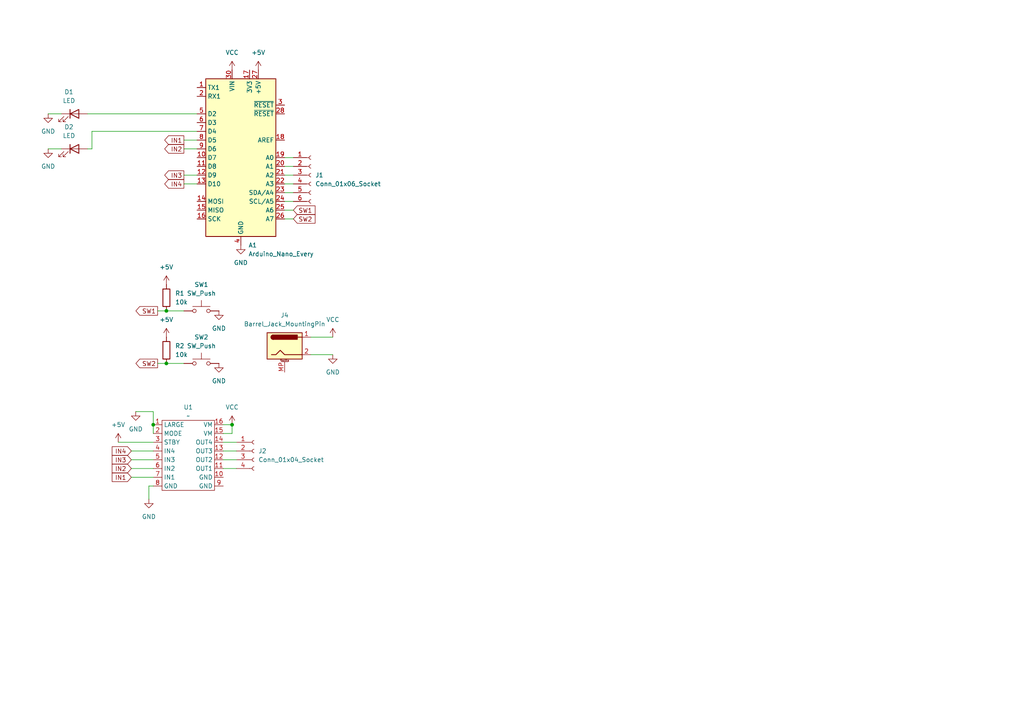
<source format=kicad_sch>
(kicad_sch (version 20231120) (generator "eeschema") (generator_version "8.0")
  (paper "A4")
  (lib_symbols
    (symbol "Connector:Barrel_Jack_MountingPin" (pin_names hide)
      (property "Reference" "J" (at 0 5.334 0))
      (property "Value" "Barrel_Jack_MountingPin" (at 1.27 -6.35 0))
      (symbol "Barrel_Jack_MountingPin_0_1"
        (rectangle (start -5.08 3.81) (end 5.08 -3.81) (stroke (width 0.254)) (fill (type background)))
        (arc (start -3.302 3.175) (mid -3.9343 2.54) (end -3.302 1.905) (stroke (width 0.254)))
        (arc (start -3.302 3.175) (mid -3.9343 2.54) (end -3.302 1.905) (stroke (width 0.254)) (fill (type outline)))
        (polyline (pts (xy 5.08 2.54) (xy 3.81 2.54)) (stroke (width 0.254)))
        (polyline (pts (xy -3.81 -2.54) (xy -2.54 -2.54) (xy -1.27 -1.27) (xy 0 -2.54) (xy 2.54 -2.54) (xy 5.08 -2.54)) (stroke (width 0.254)))
        (rectangle (start 3.683 3.175) (end -3.302 1.905) (stroke (width 0.254)) (fill (type outline)))
      )
      (symbol "Barrel_Jack_MountingPin_1_1"
        (polyline (pts (xy -1.016 -4.572) (xy 1.016 -4.572)) (stroke (width 0.1524)))
        (text "Mounting" (at 0 -4.191 0) (effects (font (size 0.381 0.381))))
        (pin passive line (at 7.62 2.54 180) (length 2.54) (name "~") (number "1"))
        (pin passive line (at 7.62 -2.54 180) (length 2.54) (name "~") (number "2"))
        (pin passive line (at 0 -7.62 90) (length 3.048) (name "MountPin") (number "MP"))
      )
    )
    (symbol "Connector:Conn_01x04_Socket" (pin_names (offset 1.016) hide)
      (property "Reference" "J" (at 0 5.08 0))
      (property "Value" "Conn_01x04_Socket" (at 0 -7.62 0))
      (symbol "Conn_01x04_Socket_1_1"
        (arc (start 0 -4.572) (mid -0.5058 -5.08) (end 0 -5.588) (stroke (width 0.1524)))
        (arc (start 0 -2.032) (mid -0.5058 -2.54) (end 0 -3.048) (stroke (width 0.1524)))
        (polyline (pts (xy -1.27 -5.08) (xy -0.508 -5.08)) (stroke (width 0.1524)))
        (polyline (pts (xy -1.27 -2.54) (xy -0.508 -2.54)) (stroke (width 0.1524)))
        (polyline (pts (xy -1.27 0) (xy -0.508 0)) (stroke (width 0.1524)))
        (polyline (pts (xy -1.27 2.54) (xy -0.508 2.54)) (stroke (width 0.1524)))
        (arc (start 0 0.508) (mid -0.5058 0) (end 0 -0.508) (stroke (width 0.1524)))
        (arc (start 0 3.048) (mid -0.5058 2.54) (end 0 2.032) (stroke (width 0.1524)))
        (pin passive line (at -5.08 2.54 0) (length 3.81) (name "Pin_1") (number "1"))
        (pin passive line (at -5.08 0 0) (length 3.81) (name "Pin_2") (number "2"))
        (pin passive line (at -5.08 -2.54 0) (length 3.81) (name "Pin_3") (number "3"))
        (pin passive line (at -5.08 -5.08 0) (length 3.81) (name "Pin_4") (number "4"))
      )
    )
    (symbol "Connector:Conn_01x06_Socket" (pin_names (offset 1.016) hide)
      (property "Reference" "J" (at 0 7.62 0))
      (property "Value" "Conn_01x06_Socket" (at 0 -10.16 0))
      (symbol "Conn_01x06_Socket_1_1"
        (arc (start 0 -7.112) (mid -0.5058 -7.62) (end 0 -8.128) (stroke (width 0.1524)))
        (arc (start 0 -4.572) (mid -0.5058 -5.08) (end 0 -5.588) (stroke (width 0.1524)))
        (arc (start 0 -2.032) (mid -0.5058 -2.54) (end 0 -3.048) (stroke (width 0.1524)))
        (polyline (pts (xy -1.27 -7.62) (xy -0.508 -7.62)) (stroke (width 0.1524)))
        (polyline (pts (xy -1.27 -5.08) (xy -0.508 -5.08)) (stroke (width 0.1524)))
        (polyline (pts (xy -1.27 -2.54) (xy -0.508 -2.54)) (stroke (width 0.1524)))
        (polyline (pts (xy -1.27 0) (xy -0.508 0)) (stroke (width 0.1524)))
        (polyline (pts (xy -1.27 2.54) (xy -0.508 2.54)) (stroke (width 0.1524)))
        (polyline (pts (xy -1.27 5.08) (xy -0.508 5.08)) (stroke (width 0.1524)))
        (arc (start 0 0.508) (mid -0.5058 0) (end 0 -0.508) (stroke (width 0.1524)))
        (arc (start 0 3.048) (mid -0.5058 2.54) (end 0 2.032) (stroke (width 0.1524)))
        (arc (start 0 5.588) (mid -0.5058 5.08) (end 0 4.572) (stroke (width 0.1524)))
        (pin passive line (at -5.08 5.08 0) (length 3.81) (name "Pin_1") (number "1"))
        (pin passive line (at -5.08 2.54 0) (length 3.81) (name "Pin_2") (number "2"))
        (pin passive line (at -5.08 0 0) (length 3.81) (name "Pin_3") (number "3"))
        (pin passive line (at -5.08 -2.54 0) (length 3.81) (name "Pin_4") (number "4"))
        (pin passive line (at -5.08 -5.08 0) (length 3.81) (name "Pin_5") (number "5"))
        (pin passive line (at -5.08 -7.62 0) (length 3.81) (name "Pin_6") (number "6"))
      )
    )
    (symbol "Device:LED" (pin_numbers hide) (pin_names (offset 1.016) hide)
      (property "Reference" "D" (at 0 2.54 0))
      (property "Value" "LED" (at 0 -2.54 0))
      (symbol "LED_0_1"
        (polyline (pts (xy -1.27 -1.27) (xy -1.27 1.27)) (stroke (width 0.254)))
        (polyline (pts (xy -1.27 0) (xy 1.27 0)))
        (polyline (pts (xy 1.27 -1.27) (xy 1.27 1.27) (xy -1.27 0) (xy 1.27 -1.27)) (stroke (width 0.254)))
        (polyline (pts (xy -3.048 -0.762) (xy -4.572 -2.286) (xy -3.81 -2.286) (xy -4.572 -2.286) (xy -4.572 -1.524)))
        (polyline (pts (xy -1.778 -0.762) (xy -3.302 -2.286) (xy -2.54 -2.286) (xy -3.302 -2.286) (xy -3.302 -1.524)))
      )
      (symbol "LED_1_1"
        (pin passive line (at -3.81 0 0) (length 2.54) (name "K") (number "1"))
        (pin passive line (at 3.81 0 180) (length 2.54) (name "A") (number "2"))
      )
    )
    (symbol "Device:R" (pin_numbers hide) (pin_names (offset 0))
      (property "Reference" "R" (at 2.032 0 90))
      (property "Value" "R" (at 0 0 90))
      (symbol "R_0_1"
        (rectangle (start -1.016 -2.54) (end 1.016 2.54) (stroke (width 0.254)))
      )
      (symbol "R_1_1"
        (pin passive line (at 0 3.81 270) (length 1.27) (name "~") (number "1"))
        (pin passive line (at 0 -3.81 90) (length 1.27) (name "~") (number "2"))
      )
    )
    (symbol "MCU_Module:Arduino_Nano_Every"
      (property "Reference" "A" (at -10.16 23.495 0))
      (property "Value" "Arduino_Nano_Every" (at 5.08 -24.13 0))
      (symbol "Arduino_Nano_Every_0_1"
        (rectangle (start -10.16 22.86) (end 10.16 -22.86) (stroke (width 0.254)) (fill (type background)))
      )
      (symbol "Arduino_Nano_Every_1_1"
        (pin bidirectional line (at -12.7 20.32 0) (length 2.54) (name "TX1") (number "1"))
        (pin bidirectional line (at -12.7 0 0) (length 2.54) (name "D7") (number "10"))
        (pin bidirectional line (at -12.7 -2.54 0) (length 2.54) (name "D8") (number "11"))
        (pin bidirectional line (at -12.7 -5.08 0) (length 2.54) (name "D9") (number "12"))
        (pin bidirectional line (at -12.7 -7.62 0) (length 2.54) (name "D10") (number "13"))
        (pin bidirectional line (at -12.7 -12.7 0) (length 2.54) (name "MOSI") (number "14"))
        (pin bidirectional line (at -12.7 -15.24 0) (length 2.54) (name "MISO") (number "15"))
        (pin bidirectional line (at -12.7 -17.78 0) (length 2.54) (name "SCK") (number "16"))
        (pin power_out line (at 2.54 25.4 270) (length 2.54) (name "3V3") (number "17"))
        (pin input line (at 12.7 5.08 180) (length 2.54) (name "AREF") (number "18"))
        (pin bidirectional line (at 12.7 0 180) (length 2.54) (name "A0") (number "19"))
        (pin bidirectional line (at -12.7 17.78 0) (length 2.54) (name "RX1") (number "2"))
        (pin bidirectional line (at 12.7 -2.54 180) (length 2.54) (name "A1") (number "20"))
        (pin bidirectional line (at 12.7 -5.08 180) (length 2.54) (name "A2") (number "21"))
        (pin bidirectional line (at 12.7 -7.62 180) (length 2.54) (name "A3") (number "22"))
        (pin bidirectional line (at 12.7 -10.16 180) (length 2.54) (name "SDA/A4") (number "23"))
        (pin bidirectional line (at 12.7 -12.7 180) (length 2.54) (name "SCL/A5") (number "24"))
        (pin bidirectional line (at 12.7 -15.24 180) (length 2.54) (name "A6") (number "25"))
        (pin bidirectional line (at 12.7 -17.78 180) (length 2.54) (name "A7") (number "26"))
        (pin power_out line (at 5.08 25.4 270) (length 2.54) (name "+5V") (number "27"))
        (pin input line (at 12.7 12.7 180) (length 2.54) (name "~{RESET}") (number "28"))
        (pin passive line (at 0 -25.4 90) (length 2.54) hide (name "GND") (number "29"))
        (pin input line (at 12.7 15.24 180) (length 2.54) (name "~{RESET}") (number "3"))
        (pin power_in line (at -2.54 25.4 270) (length 2.54) (name "VIN") (number "30"))
        (pin power_in line (at 0 -25.4 90) (length 2.54) (name "GND") (number "4"))
        (pin bidirectional line (at -12.7 12.7 0) (length 2.54) (name "D2") (number "5"))
        (pin bidirectional line (at -12.7 10.16 0) (length 2.54) (name "D3") (number "6"))
        (pin bidirectional line (at -12.7 7.62 0) (length 2.54) (name "D4") (number "7"))
        (pin bidirectional line (at -12.7 5.08 0) (length 2.54) (name "D5") (number "8"))
        (pin bidirectional line (at -12.7 2.54 0) (length 2.54) (name "D6") (number "9"))
      )
    )
    (symbol "Switch:SW_Push" (pin_numbers hide) (pin_names (offset 1.016) hide)
      (property "Reference" "SW" (at 1.27 2.54 0))
      (property "Value" "SW_Push" (at 0 -1.524 0))
      (symbol "SW_Push_0_1"
        (circle (center -2.032 0) (radius 0.508))
        (polyline (pts (xy 0 1.27) (xy 0 3.048)))
        (polyline (pts (xy 2.54 1.27) (xy -2.54 1.27)))
        (circle (center 2.032 0) (radius 0.508))
        (pin passive line (at -5.08 0 0) (length 2.54) (name "1") (number "1"))
        (pin passive line (at 5.08 0 180) (length 2.54) (name "2") (number "2"))
      )
    )
    (symbol "power:+5V" (power) (pin_numbers hide) (pin_names (offset 0) hide)
      (property "Value" "+5V" (at 0 3.556 0))
      (symbol "+5V_0_1"
        (polyline (pts (xy -0.762 1.27) (xy 0 2.54)))
        (polyline (pts (xy 0 0) (xy 0 2.54)))
        (polyline (pts (xy 0 2.54) (xy 0.762 1.27)))
      )
      (symbol "+5V_1_1"
        (pin power_in line (at 0 0 90) (length 0) (name "~") (number "1"))
      )
    )
    (symbol "power:GND" (power) (pin_numbers hide) (pin_names (offset 0) hide)
      (property "Value" "GND" (at 0 -3.81 0))
      (symbol "GND_0_1"
        (polyline (pts (xy 0 0) (xy 0 -1.27) (xy 1.27 -1.27) (xy 0 -2.54) (xy -1.27 -1.27) (xy 0 -1.27)))
      )
      (symbol "GND_1_1"
        (pin power_in line (at 0 0 270) (length 0) (name "~") (number "1"))
      )
    )
    (symbol "power:VCC" (power) (pin_numbers hide) (pin_names (offset 0) hide)
      (property "Value" "VCC" (at 0 3.556 0))
      (symbol "VCC_0_1"
        (polyline (pts (xy -0.762 1.27) (xy 0 2.54)))
        (polyline (pts (xy 0 0) (xy 0 2.54)))
        (polyline (pts (xy 0 2.54) (xy 0.762 1.27)))
      )
      (symbol "VCC_1_1"
        (pin power_in line (at 0 0 90) (length 0) (name "~") (number "1"))
      )
    )
    (symbol "自作:TC78H653FTG"
      (property "Reference" "U" (at 0 0 0))
      (symbol "TC78H653FTG_0_1"
        (rectangle (start -7.62 10.16) (end 7.62 -10.16))
      )
      (symbol "TC78H653FTG_1_1"
        (pin input line (at -10.16 8.89 0) (length 2.54) (name "LARGE") (number "1"))
        (pin input line (at 10.16 -6.35 180) (length 2.54) (name "GND") (number "10"))
        (pin input line (at 10.16 -3.81 180) (length 2.54) (name "OUT1") (number "11"))
        (pin input line (at 10.16 -1.27 180) (length 2.54) (name "OUT2") (number "12"))
        (pin input line (at 10.16 1.27 180) (length 2.54) (name "OUT3") (number "13"))
        (pin input line (at 10.16 3.81 180) (length 2.54) (name "OUT4") (number "14"))
        (pin input line (at 10.16 6.35 180) (length 2.54) (name "VM") (number "15"))
        (pin input line (at 10.16 8.89 180) (length 2.54) (name "VM") (number "16"))
        (pin input line (at -10.16 6.35 0) (length 2.54) (name "MODE") (number "2"))
        (pin input line (at -10.16 3.81 0) (length 2.54) (name "STBY") (number "3"))
        (pin input line (at -10.16 1.27 0) (length 2.54) (name "IN4") (number "4"))
        (pin input line (at -10.16 -1.27 0) (length 2.54) (name "IN3") (number "5"))
        (pin input line (at -10.16 -3.81 0) (length 2.54) (name "IN2") (number "6"))
        (pin input line (at -10.16 -6.35 0) (length 2.54) (name "IN1") (number "7"))
        (pin input line (at -10.16 -8.89 0) (length 2.54) (name "GND") (number "8"))
        (pin input line (at 10.16 -8.89 180) (length 2.54) (name "GND") (number "9"))
      )
    )
  )
  (junction (at 48.26 105.41))
  (junction (at 44.45 123.19))
  (junction (at 48.26 90.17))
  (junction (at 67.31 123.19))
  (wire (pts (xy 48.26 90.17) (xy 53.34 90.17)))
  (wire (pts (xy 82.55 48.26) (xy 85.09 48.26)))
  (wire (pts (xy 26.67 38.1) (xy 57.15 38.1)))
  (wire (pts (xy 34.29 128.27) (xy 44.45 128.27)))
  (wire (pts (xy 53.34 50.8) (xy 57.15 50.8)))
  (wire (pts (xy 38.1 135.89) (xy 44.45 135.89)))
  (wire (pts (xy 45.72 105.41) (xy 48.26 105.41)))
  (wire (pts (xy 53.34 53.34) (xy 57.15 53.34)))
  (wire (pts (xy 48.26 105.41) (xy 53.34 105.41)))
  (wire (pts (xy 82.55 45.72) (xy 85.09 45.72)))
  (wire (pts (xy 82.55 55.88) (xy 85.09 55.88)))
  (wire (pts (xy 82.55 63.5) (xy 85.09 63.5)))
  (wire (pts (xy 64.77 125.73) (xy 67.31 125.73)))
  (wire (pts (xy 44.45 119.38) (xy 44.45 123.19)))
  (wire (pts (xy 64.77 128.27) (xy 68.58 128.27)))
  (wire (pts (xy 53.34 43.18) (xy 57.15 43.18)))
  (wire (pts (xy 43.18 140.97) (xy 43.18 144.78)))
  (wire (pts (xy 64.77 130.81) (xy 68.58 130.81)))
  (wire (pts (xy 45.72 90.17) (xy 48.26 90.17)))
  (wire (pts (xy 90.17 102.87) (xy 96.52 102.87)))
  (wire (pts (xy 38.1 138.43) (xy 44.45 138.43)))
  (wire (pts (xy 39.37 119.38) (xy 44.45 119.38)))
  (wire (pts (xy 43.18 140.97) (xy 44.45 140.97)))
  (wire (pts (xy 25.4 43.18) (xy 26.67 43.18)))
  (wire (pts (xy 82.55 60.96) (xy 85.09 60.96)))
  (wire (pts (xy 82.55 53.34) (xy 85.09 53.34)))
  (wire (pts (xy 64.77 133.35) (xy 68.58 133.35)))
  (wire (pts (xy 64.77 123.19) (xy 67.31 123.19)))
  (wire (pts (xy 53.34 40.64) (xy 57.15 40.64)))
  (wire (pts (xy 82.55 50.8) (xy 85.09 50.8)))
  (wire (pts (xy 13.97 33.02) (xy 17.78 33.02)))
  (wire (pts (xy 25.4 33.02) (xy 57.15 33.02)))
  (wire (pts (xy 38.1 130.81) (xy 44.45 130.81)))
  (wire (pts (xy 82.55 58.42) (xy 85.09 58.42)))
  (wire (pts (xy 44.45 123.19) (xy 44.45 125.73)))
  (wire (pts (xy 64.77 135.89) (xy 68.58 135.89)))
  (wire (pts (xy 67.31 125.73) (xy 67.31 123.19)))
  (wire (pts (xy 90.17 97.79) (xy 96.52 97.79)))
  (wire (pts (xy 26.67 43.18) (xy 26.67 38.1)))
  (wire (pts (xy 38.1 133.35) (xy 44.45 133.35)))
  (wire (pts (xy 13.97 43.18) (xy 17.78 43.18)))
  (global_label "SW1" (shape input) (at 85.09 60.96 0) (property "Intersheetrefs" "${INTERSHEET_REFS}" (effects (hide yes))))
  (global_label "IN1" (shape input) (at 38.1 138.43 180) (property "Intersheetrefs" "${INTERSHEET_REFS}" (effects (hide yes))))
  (global_label "IN2" (shape output) (at 53.34 43.18 180) (property "Intersheetrefs" "${INTERSHEET_REFS}" (effects (hide yes))))
  (global_label "SW2" (shape output) (at 45.72 105.41 180) (property "Intersheetrefs" "${INTERSHEET_REFS}" (effects (hide yes))))
  (global_label "IN4" (shape output) (at 53.34 53.34 180) (property "Intersheetrefs" "${INTERSHEET_REFS}" (effects (hide yes))))
  (global_label "IN1" (shape output) (at 53.34 40.64 180) (property "Intersheetrefs" "${INTERSHEET_REFS}" (effects (hide yes))))
  (global_label "IN3" (shape output) (at 53.34 50.8 180) (property "Intersheetrefs" "${INTERSHEET_REFS}" (effects (hide yes))))
  (global_label "IN4" (shape input) (at 38.1 130.81 180) (property "Intersheetrefs" "${INTERSHEET_REFS}" (effects (hide yes))))
  (global_label "IN2" (shape input) (at 38.1 135.89 180) (property "Intersheetrefs" "${INTERSHEET_REFS}" (effects (hide yes))))
  (global_label "SW1" (shape output) (at 45.72 90.17 180) (property "Intersheetrefs" "${INTERSHEET_REFS}" (effects (hide yes))))
  (global_label "IN3" (shape input) (at 38.1 133.35 180) (property "Intersheetrefs" "${INTERSHEET_REFS}" (effects (hide yes))))
  (global_label "SW2" (shape input) (at 85.09 63.5 0) (property "Intersheetrefs" "${INTERSHEET_REFS}" (effects (hide yes))))
  (symbol (lib_id "power:GND") (at 39.37 119.38 0) (unit 1)
    (property "Reference" "#PWR010" (effects (hide yes)))
    (property "Value" "GND" (at 39.37 124.46 0))
    (property "Description" "Power symbol creates a global label with name \"GND\" , ground" (effects (hide yes)))
  )
  (symbol (lib_id "power:+5V") (at 48.26 97.79 0) (unit 1)
    (property "Reference" "#PWR06" (effects (hide yes)))
    (property "Value" "+5V" (at 48.26 92.71 0))
    (property "Description" "Power symbol creates a global label with name \"+5V\"" (effects (hide yes)))
  )
  (symbol (lib_id "Device:R") (at 48.26 101.6 0) (unit 1)
    (property "Reference" "R2" (at 50.8 100.3299 0) (effects (justify left)))
    (property "Value" "10k" (at 50.8 102.8699 0) (effects (justify left)))
    (property "Footprint" "Resistor_THT:R_Axial_DIN0204_L3.6mm_D1.6mm_P5.08mm_Horizontal" (effects (hide yes)))
    (property "Description" "Resistor" (effects (hide yes)))
  )
  (symbol (lib_id "power:VCC") (at 96.52 97.79 0) (unit 1)
    (property "Reference" "#PWR016" (effects (hide yes)))
    (property "Value" "VCC" (at 96.52 92.71 0))
    (property "Description" "Power symbol creates a global label with name \"VCC\"" (effects (hide yes)))
  )
  (symbol (lib_id "Connector:Conn_01x04_Socket") (at 73.66 130.81 0) (unit 1)
    (property "Reference" "J2" (at 74.93 130.8099 0) (effects (justify left)))
    (property "Value" "Conn_01x04_Socket" (at 74.93 133.3499 0) (effects (justify left)))
    (property "Footprint" "Connector_PinSocket_2.54mm:PinSocket_1x04_P2.54mm_Vertical" (effects (hide yes)))
    (property "Description" "Generic connector, single row, 01x04, script generated" (effects (hide yes)))
  )
  (symbol (lib_id "Device:LED") (at 21.59 43.18 0) (unit 1)
    (property "Reference" "D2" (at 20.0025 36.83 0))
    (property "Value" "LED" (at 20.0025 39.37 0))
    (property "Footprint" "LED_THT:LED_D3.0mm" (effects (hide yes)))
    (property "Description" "Light emitting diode" (effects (hide yes)))
  )
  (symbol (lib_id "power:+5V") (at 34.29 128.27 0) (unit 1)
    (property "Reference" "#PWR011" (effects (hide yes)))
    (property "Value" "+5V" (at 34.29 123.19 0))
    (property "Description" "Power symbol creates a global label with name \"+5V\"" (effects (hide yes)))
  )
  (symbol (lib_id "Connector:Barrel_Jack_MountingPin") (at 82.55 100.33 0) (unit 1)
    (property "Reference" "J4" (at 82.55 91.44 0))
    (property "Value" "Barrel_Jack_MountingPin" (at 82.55 93.98 0))
    (property "Footprint" "Connector_BarrelJack:BarrelJack_Horizontal" (effects (hide yes)))
    (property "Description" "DC Barrel Jack with a mounting pin" (effects (hide yes)))
  )
  (symbol (lib_id "power:+5V") (at 48.26 82.55 0) (unit 1)
    (property "Reference" "#PWR07" (effects (hide yes)))
    (property "Value" "+5V" (at 48.26 77.47 0))
    (property "Description" "Power symbol creates a global label with name \"+5V\"" (effects (hide yes)))
  )
  (symbol (lib_id "Connector:Conn_01x06_Socket") (at 90.17 50.8 0) (unit 1)
    (property "Reference" "J1" (at 91.44 50.7999 0) (effects (justify left)))
    (property "Value" "Conn_01x06_Socket" (at 91.44 53.3399 0) (effects (justify left)))
    (property "Footprint" "Connector_PinSocket_2.54mm:PinSocket_1x06_P2.54mm_Vertical" (effects (hide yes)))
    (property "Description" "Generic connector, single row, 01x06, script generated" (effects (hide yes)))
  )
  (symbol (lib_id "Switch:SW_Push") (at 58.42 90.17 0) (unit 1)
    (property "Reference" "SW1" (at 58.42 82.55 0))
    (property "Value" "SW_Push" (at 58.42 85.09 0))
    (property "Footprint" "自作:SW" (effects (hide yes)))
    (property "Description" "Push button switch, generic, two pins" (effects (hide yes)))
  )
  (symbol (lib_id "power:GND") (at 96.52 102.87 0) (unit 1)
    (property "Reference" "#PWR015" (effects (hide yes)))
    (property "Value" "GND" (at 96.52 107.95 0))
    (property "Description" "Power symbol creates a global label with name \"GND\" , ground" (effects (hide yes)))
  )
  (symbol (lib_id "power:VCC") (at 67.31 123.19 0) (unit 1)
    (property "Reference" "#PWR08" (effects (hide yes)))
    (property "Value" "VCC" (at 67.31 118.11 0))
    (property "Description" "Power symbol creates a global label with name \"VCC\"" (effects (hide yes)))
  )
  (symbol (lib_id "power:GND") (at 63.5 105.41 0) (unit 1)
    (property "Reference" "#PWR04" (effects (hide yes)))
    (property "Value" "GND" (at 63.5 110.49 0))
    (property "Description" "Power symbol creates a global label with name \"GND\" , ground" (effects (hide yes)))
  )
  (symbol (lib_id "power:GND") (at 69.85 71.12 0) (unit 1)
    (property "Reference" "#PWR03" (effects (hide yes)))
    (property "Value" "GND" (at 69.85 76.2 0))
    (property "Description" "Power symbol creates a global label with name \"GND\" , ground" (effects (hide yes)))
  )
  (symbol (lib_id "Device:R") (at 48.26 86.36 0) (unit 1)
    (property "Reference" "R1" (at 50.8 85.0899 0) (effects (justify left)))
    (property "Value" "10k" (at 50.8 87.6299 0) (effects (justify left)))
    (property "Footprint" "Resistor_THT:R_Axial_DIN0204_L3.6mm_D1.6mm_P5.08mm_Horizontal" (effects (hide yes)))
    (property "Description" "Resistor" (effects (hide yes)))
  )
  (symbol (lib_id "power:VCC") (at 67.31 20.32 0) (unit 1)
    (property "Reference" "#PWR01" (effects (hide yes)))
    (property "Value" "VCC" (at 67.31 15.24 0))
    (property "Description" "Power symbol creates a global label with name \"VCC\"" (effects (hide yes)))
  )
  (symbol (lib_id "power:GND") (at 13.97 33.02 0) (unit 1)
    (property "Reference" "#PWR012" (effects (hide yes)))
    (property "Value" "GND" (at 13.97 38.1 0))
    (property "Description" "Power symbol creates a global label with name \"GND\" , ground" (effects (hide yes)))
  )
  (symbol (lib_id "power:GND") (at 43.18 144.78 0) (unit 1)
    (property "Reference" "#PWR09" (effects (hide yes)))
    (property "Value" "GND" (at 43.18 149.86 0))
    (property "Description" "Power symbol creates a global label with name \"GND\" , ground" (effects (hide yes)))
  )
  (symbol (lib_id "power:GND") (at 63.5 90.17 0) (unit 1)
    (property "Reference" "#PWR05" (effects (hide yes)))
    (property "Value" "GND" (at 63.5 95.25 0))
    (property "Description" "Power symbol creates a global label with name \"GND\" , ground" (effects (hide yes)))
  )
  (symbol (lib_id "Device:LED") (at 21.59 33.02 0) (unit 1)
    (property "Reference" "D1" (at 20.0025 26.67 0))
    (property "Value" "LED" (at 20.0025 29.21 0))
    (property "Footprint" "LED_THT:LED_D3.0mm" (effects (hide yes)))
    (property "Description" "Light emitting diode" (effects (hide yes)))
  )
  (symbol (lib_id "power:+5V") (at 74.93 20.32 0) (unit 1)
    (property "Reference" "#PWR02" (effects (hide yes)))
    (property "Value" "+5V" (at 74.93 15.24 0))
    (property "Description" "Power symbol creates a global label with name \"+5V\"" (effects (hide yes)))
  )
  (symbol (lib_id "MCU_Module:Arduino_Nano_Every") (at 69.85 45.72 0) (unit 1)
    (property "Reference" "A1" (at 72.0441 71.12 0) (effects (justify left)))
    (property "Value" "Arduino_Nano_Every" (at 72.0441 73.66 0) (effects (justify left)))
    (property "Footprint" "Module:Arduino_Nano" (effects (hide yes)))
    (property "Datasheet" "https://content.arduino.cc/assets/NANOEveryV3.0_sch.pdf" (effects (hide yes)))
    (property "Description" "Arduino Nano Every" (effects (hide yes)))
  )
  (symbol (lib_id "自作:TC78H653FTG") (at 54.61 132.08 0) (unit 1)
    (property "Reference" "U1" (at 54.61 118.11 0))
    (property "Value" "~" (at 54.61 120.65 0))
    (property "Footprint" "自作:TC78H6353FTG" (effects (hide yes)))
  )
  (symbol (lib_id "Switch:SW_Push") (at 58.42 105.41 0) (unit 1)
    (property "Reference" "SW2" (at 58.42 97.79 0))
    (property "Value" "SW_Push" (at 58.42 100.33 0))
    (property "Footprint" "自作:SW" (effects (hide yes)))
    (property "Description" "Push button switch, generic, two pins" (effects (hide yes)))
  )
  (symbol (lib_id "power:GND") (at 13.97 43.18 0) (unit 1)
    (property "Reference" "#PWR013" (effects (hide yes)))
    (property "Value" "GND" (at 13.97 48.26 0))
    (property "Description" "Power symbol creates a global label with name \"GND\" , ground" (effects (hide yes)))
  )
)
</source>
